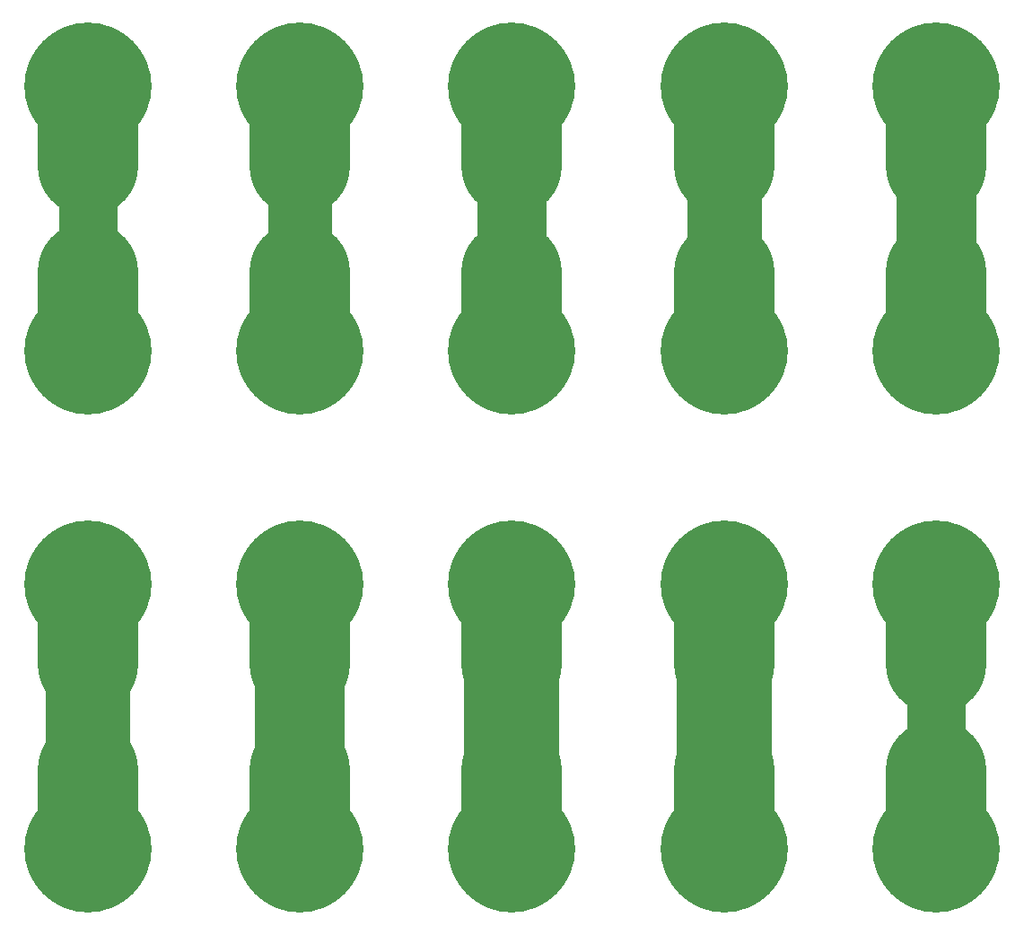
<source format=gtl>
G04*
G04 #@! TF.GenerationSoftware,Altium Limited,Altium Designer,23.9.2 (47)*
G04*
G04 Layer_Physical_Order=1*
G04 Layer_Color=255*
%FSLAX25Y25*%
%MOIN*%
G70*
G04*
G04 #@! TF.SameCoordinates,F867936C-D2EA-4238-9ECD-A963B99A8E52*
G04*
G04*
G04 #@! TF.FilePolarity,Positive*
G04*
G01*
G75*
%ADD10C,0.47244*%
%ADD11C,0.37402*%
%ADD12C,0.21654*%
%ADD13C,0.31496*%
%ADD24C,0.35433*%
%ADD25C,0.25591*%
%ADD26C,0.33465*%
%ADD27C,0.29528*%
%ADD28C,0.27559*%
%ADD29C,0.23622*%
D10*
X354331Y153543D02*
D03*
Y55118D02*
D03*
X275590Y153543D02*
D03*
Y55118D02*
D03*
X196850Y240158D02*
D03*
Y153543D02*
D03*
Y55118D02*
D03*
X118110Y153543D02*
D03*
Y55118D02*
D03*
X354331Y240158D02*
D03*
Y338583D02*
D03*
X39370D02*
D03*
X196850D02*
D03*
X275590D02*
D03*
Y240158D02*
D03*
X39370Y55118D02*
D03*
Y153543D02*
D03*
X118110Y240158D02*
D03*
Y338583D02*
D03*
X39370Y240158D02*
D03*
D11*
X354331Y55118D02*
Y84646D01*
Y124016D02*
Y153543D01*
X275590Y55118D02*
Y84646D01*
Y124016D02*
Y153543D01*
X39370Y309055D02*
Y338583D01*
Y240158D02*
Y269685D01*
X196850Y124016D02*
Y153543D01*
Y55118D02*
Y84646D01*
X118110Y124016D02*
Y153543D01*
Y55118D02*
Y84646D01*
X39370Y124016D02*
Y153543D01*
Y55118D02*
Y84646D01*
X354331Y309055D02*
Y338583D01*
Y240158D02*
Y269685D01*
X275590Y309055D02*
Y338583D01*
Y240158D02*
Y269685D01*
X196850Y309055D02*
Y338583D01*
Y240158D02*
Y269685D01*
X118110Y240158D02*
Y269685D01*
Y309055D02*
Y338583D01*
D12*
X354331Y84646D02*
Y124016D01*
X39370Y269685D02*
Y309055D01*
D13*
Y84646D02*
Y124016D01*
D24*
X275590Y84646D02*
Y124016D01*
X196850Y84646D02*
Y124016D01*
D25*
Y269685D02*
Y309055D01*
D26*
X118110Y84646D02*
Y124016D01*
D27*
X354331Y269685D02*
Y309055D01*
D28*
X275590Y269685D02*
Y309055D01*
D29*
X118110Y269685D02*
Y309055D01*
M02*

</source>
